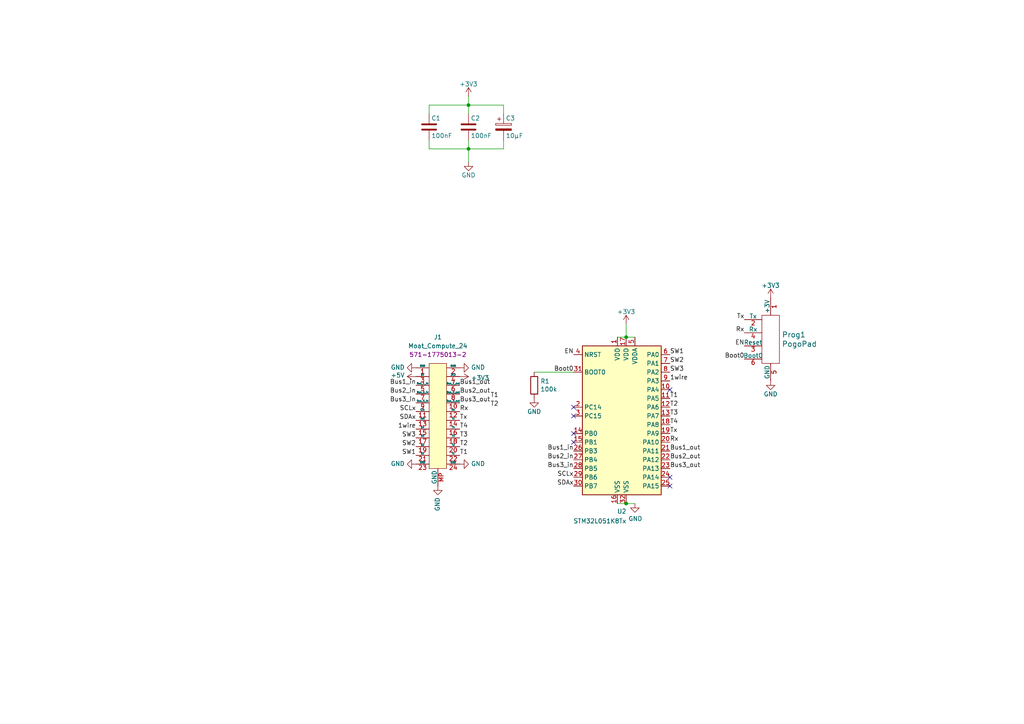
<source format=kicad_sch>
(kicad_sch (version 20211123) (generator eeschema)
  (paper "A4")
  (lib_symbols
    (symbol "Device:R" (pin_numbers hide) (pin_names (offset 0))
      (property "Reference" "R" (at 2.032 0 90))
      (property "Value" "Device_R" (at 0 0 90))
      (symbol "R_0_1"
        (rectangle (start -1.016 -2.54) (end 1.016 2.54) (stroke (width 0.254)))
      )
      (symbol "R_1_1"
        (pin passive line (at 0 3.81 270) (length 1.27) (name "~") (number "1"))
        (pin passive line (at 0 -3.81 90) (length 1.27) (name "~") (number "2"))
      )
    )
    (symbol "MCU_ST_STM32L0:STM32L051K8Tx"
      (property "Reference" "U" (at -12.7 21.59 0))
      (property "Value" "MCU_ST_STM32L0_STM32L051K8Tx" (at 5.08 21.59 0))
      (symbol "STM32L051K8Tx_0_1"
        (rectangle (start -12.7 -22.86) (end 10.16 20.32) (stroke (width 0.254)) (fill (type background)))
      )
      (symbol "STM32L051K8Tx_1_1"
        (pin power_in line (at -2.54 22.86 270) (length 2.54) (name "VDD") (number "1"))
        (pin bidirectional line (at 12.7 7.62 180) (length 2.54) (name "PA4") (number "10"))
        (pin bidirectional line (at 12.7 5.08 180) (length 2.54) (name "PA5") (number "11"))
        (pin bidirectional line (at 12.7 2.54 180) (length 2.54) (name "PA6") (number "12"))
        (pin bidirectional line (at 12.7 0 180) (length 2.54) (name "PA7") (number "13"))
        (pin bidirectional line (at -15.24 -5.08 0) (length 2.54) (name "PB0") (number "14"))
        (pin bidirectional line (at -15.24 -7.62 0) (length 2.54) (name "PB1") (number "15"))
        (pin power_in line (at -2.54 -25.4 90) (length 2.54) (name "VSS") (number "16"))
        (pin power_in line (at 0 22.86 270) (length 2.54) (name "VDD") (number "17"))
        (pin bidirectional line (at 12.7 -2.54 180) (length 2.54) (name "PA8") (number "18"))
        (pin bidirectional line (at 12.7 -5.08 180) (length 2.54) (name "PA9") (number "19"))
        (pin bidirectional line (at -15.24 2.54 0) (length 2.54) (name "PC14") (number "2"))
        (pin bidirectional line (at 12.7 -7.62 180) (length 2.54) (name "PA10") (number "20"))
        (pin bidirectional line (at 12.7 -10.16 180) (length 2.54) (name "PA11") (number "21"))
        (pin bidirectional line (at 12.7 -12.7 180) (length 2.54) (name "PA12") (number "22"))
        (pin bidirectional line (at 12.7 -15.24 180) (length 2.54) (name "PA13") (number "23"))
        (pin bidirectional line (at 12.7 -17.78 180) (length 2.54) (name "PA14") (number "24"))
        (pin bidirectional line (at 12.7 -20.32 180) (length 2.54) (name "PA15") (number "25"))
        (pin bidirectional line (at -15.24 -10.16 0) (length 2.54) (name "PB3") (number "26"))
        (pin bidirectional line (at -15.24 -12.7 0) (length 2.54) (name "PB4") (number "27"))
        (pin bidirectional line (at -15.24 -15.24 0) (length 2.54) (name "PB5") (number "28"))
        (pin bidirectional line (at -15.24 -17.78 0) (length 2.54) (name "PB6") (number "29"))
        (pin bidirectional line (at -15.24 0 0) (length 2.54) (name "PC15") (number "3"))
        (pin bidirectional line (at -15.24 -20.32 0) (length 2.54) (name "PB7") (number "30"))
        (pin input line (at -15.24 12.7 0) (length 2.54) (name "BOOT0") (number "31"))
        (pin power_in line (at 0 -25.4 90) (length 2.54) (name "VSS") (number "32"))
        (pin input line (at -15.24 17.78 0) (length 2.54) (name "NRST") (number "4"))
        (pin power_in line (at 2.54 22.86 270) (length 2.54) (name "VDDA") (number "5"))
        (pin bidirectional line (at 12.7 17.78 180) (length 2.54) (name "PA0") (number "6"))
        (pin bidirectional line (at 12.7 15.24 180) (length 2.54) (name "PA1") (number "7"))
        (pin bidirectional line (at 12.7 12.7 180) (length 2.54) (name "PA2") (number "8"))
        (pin bidirectional line (at 12.7 10.16 180) (length 2.54) (name "PA3") (number "9"))
      )
    )
    (symbol "localstuff:+3.3V" (power) (pin_names (offset 0))
      (property "Value" "+3.3V" (at 0 3.556 0))
      (symbol "+3.3V_0_1"
        (polyline (pts (xy -0.762 1.27) (xy 0 2.54)))
        (polyline (pts (xy 0 0) (xy 0 2.54)))
        (polyline (pts (xy 0 2.54) (xy 0.762 1.27)))
      )
      (symbol "+3.3V_1_1"
        (pin power_in line (at 0 0 90) (length 0) hide (name "+3V3") (number "1"))
      )
    )
    (symbol "localstuff:+5V" (power) (pin_names (offset 0))
      (property "Value" "+5V" (at 0 3.556 0))
      (symbol "+5V_0_1"
        (polyline (pts (xy -0.762 1.27) (xy 0 2.54)))
        (polyline (pts (xy 0 0) (xy 0 2.54)))
        (polyline (pts (xy 0 2.54) (xy 0.762 1.27)))
      )
      (symbol "+5V_1_1"
        (pin power_in line (at 0 0 90) (length 0) hide (name "+5V") (number "1"))
      )
    )
    (symbol "localstuff:C" (pin_numbers hide) (pin_names (offset 0.254))
      (property "Reference" "C" (at 0.635 2.54 0))
      (property "Value" "C" (at 0.635 -2.54 0))
      (symbol "C_0_1"
        (polyline (pts (xy -2.032 -0.762) (xy 2.032 -0.762)) (stroke (width 0.508)))
        (polyline (pts (xy -2.032 0.762) (xy 2.032 0.762)) (stroke (width 0.508)))
      )
      (symbol "C_1_1"
        (pin passive line (at 0 3.81 270) (length 2.794) (name "~") (number "1"))
        (pin passive line (at 0 -3.81 90) (length 2.794) (name "~") (number "2"))
      )
    )
    (symbol "localstuff:CP" (pin_numbers hide) (pin_names (offset 0.254))
      (property "Reference" "C" (at 0.635 2.54 0))
      (property "Value" "CP" (at 0.635 -2.54 0))
      (symbol "CP_0_1"
        (rectangle (start -2.286 0.508) (end -2.286 1.016))
        (rectangle (start -2.286 0.508) (end 2.286 0.508))
        (polyline (pts (xy -1.778 2.286) (xy -0.762 2.286)))
        (polyline (pts (xy -1.27 2.794) (xy -1.27 1.778)))
        (rectangle (start 2.286 -0.508) (end -2.286 -1.016) (fill (type outline)))
        (rectangle (start 2.286 1.016) (end -2.286 1.016))
        (rectangle (start 2.286 1.016) (end 2.286 0.508))
      )
      (symbol "CP_1_1"
        (pin passive line (at 0 3.81 270) (length 2.794) (name "~") (number "1"))
        (pin passive line (at 0 -3.81 90) (length 2.794) (name "~") (number "2"))
      )
    )
    (symbol "localstuff:GND" (power) (pin_names (offset 0))
      (property "Value" "GND" (at 0 -3.81 0))
      (symbol "GND_0_1"
        (polyline (pts (xy 0 0) (xy 0 -1.27) (xy 1.27 -1.27) (xy 0 -2.54) (xy -1.27 -1.27) (xy 0 -1.27)))
      )
      (symbol "GND_1_1"
        (pin power_in line (at 0 0 270) (length 0) hide (name "GND") (number "1"))
      )
    )
    (symbol "localstuff:Moat_Compute_24" (pin_names (offset 0))
      (property "Reference" "J" (at 0 13.97 0))
      (property "Value" "Moat_Compute_24" (at 0 -20.32 0))
      (property "Mouser" "571-1775013-2" (at 0 0 90))
      (symbol "Moat_Compute_24_1_1"
        (rectangle (start -2.54 12.7) (end 2.54 -17.78) (fill (type background)))
        (pin power_out line (at -6.35 11.43 0) (length 3.81) (name "GND") (number "1"))
        (pin input line (at 6.35 1.27 180) (length 3.81) (name "Bus_3_out") (number "10"))
        (pin open_collector line (at -6.35 -1.27 0) (length 3.81) (name "Clk") (number "11"))
        (pin output line (at 6.35 -1.27 180) (length 3.81) (name "Rx") (number "12"))
        (pin open_collector line (at -6.35 -3.81 0) (length 3.81) (name "Dat") (number "13"))
        (pin input line (at 6.35 -3.81 180) (length 3.81) (name "Tx") (number "14"))
        (pin output line (at -6.35 -6.35 0) (length 3.81) (name "S4") (number "15"))
        (pin input line (at 6.35 -6.35 180) (length 3.81) (name "T4") (number "16"))
        (pin output line (at -6.35 -8.89 0) (length 3.81) (name "S3") (number "17"))
        (pin input line (at 6.35 -8.89 180) (length 3.81) (name "T3") (number "18"))
        (pin output line (at -6.35 -11.43 0) (length 3.81) (name "S2") (number "19"))
        (pin power_out line (at 6.35 11.43 180) (length 3.81) (name "GND") (number "2"))
        (pin input line (at 6.35 -11.43 180) (length 3.81) (name "T2") (number "20"))
        (pin output line (at -6.35 -13.97 0) (length 3.81) (name "S1") (number "21"))
        (pin input line (at 6.35 -13.97 180) (length 3.81) (name "T1") (number "22"))
        (pin power_out line (at -6.35 -16.51 0) (length 3.81) (name "GND") (number "23"))
        (pin power_out line (at 6.35 -16.51 180) (length 3.81) (name "GND") (number "24"))
        (pin power_out line (at -6.35 8.89 0) (length 3.81) (name "5V") (number "3"))
        (pin power_out line (at 6.35 8.89 180) (length 3.81) (name "3V3") (number "4"))
        (pin output line (at -6.35 6.35 0) (length 3.81) (name "Bus_1_in") (number "5"))
        (pin input line (at 6.35 6.35 180) (length 3.81) (name "Bus_1_out") (number "6"))
        (pin output line (at -6.35 3.81 0) (length 3.81) (name "Bus_2_in") (number "7"))
        (pin input line (at 6.35 3.81 180) (length 3.81) (name "Bus_2_out") (number "8"))
        (pin output line (at -6.35 1.27 0) (length 3.81) (name "Bus_3_in") (number "9"))
        (pin bidirectional line (at 0 -22.86 90) (length 5.08) (name "GND") (number "MP"))
      )
    )
    (symbol "localstuff:PogoPad" (pin_names (offset 0))
      (property "Reference" "Prog" (at -3.81 2.54 90))
      (property "Value" "PogoPad" (at -1.27 -7.62 90))
      (symbol "PogoPad_0_1"
        (rectangle (start -2.54 -7.62) (end 2.54 6.35))
      )
      (symbol "PogoPad_1_1"
        (pin power_out line (at 0 11.43 270) (length 5.08) (name "+3V") (number "1"))
        (pin input line (at 7.62 5.08 180) (length 5.08) (name "Tx") (number "2"))
        (pin output line (at 7.62 -2.54 180) (length 5.08) (name "Reset") (number "3"))
        (pin output line (at 7.62 1.27 180) (length 5.08) (name "Rx") (number "4"))
        (pin power_out line (at 0 -12.7 90) (length 5.08) (name "GND") (number "5"))
        (pin output line (at 7.62 -6.35 180) (length 5.08) (name "Boot0") (number "6"))
      )
    )
  )
  (junction (at 135.89 30.48))
  (junction (at 135.89 43.18))
  (junction (at 181.61 97.79))
  (junction (at 181.61 146.05))
  (no_connect (at 194.31 138.43))
  (no_connect (at 194.31 113.03))
  (no_connect (at 166.37 118.11))
  (no_connect (at 166.37 120.65))
  (no_connect (at 166.37 125.73))
  (no_connect (at 166.37 128.27))
  (no_connect (at 194.31 140.97))
  (wire (pts (xy 146.05 33.02) (xy 146.05 30.48)))
  (wire (pts (xy 135.89 43.18) (xy 135.89 46.99)))
  (wire (pts (xy 181.61 97.79) (xy 181.61 93.98)))
  (wire (pts (xy 146.05 43.18) (xy 135.89 43.18)))
  (wire (pts (xy 135.89 30.48) (xy 124.46 30.48)))
  (wire (pts (xy 135.89 40.64) (xy 135.89 43.18)))
  (wire (pts (xy 124.46 40.64) (xy 124.46 43.18)))
  (wire (pts (xy 181.61 97.79) (xy 184.15 97.79)))
  (wire (pts (xy 146.05 30.48) (xy 135.89 30.48)))
  (wire (pts (xy 135.89 27.94) (xy 135.89 30.48)))
  (wire (pts (xy 184.15 146.05) (xy 181.61 146.05)))
  (wire (pts (xy 124.46 30.48) (xy 124.46 33.02)))
  (wire (pts (xy 179.07 97.79) (xy 181.61 97.79)))
  (wire (pts (xy 124.46 43.18) (xy 135.89 43.18)))
  (wire (pts (xy 135.89 30.48) (xy 135.89 33.02)))
  (wire (pts (xy 154.94 107.95) (xy 166.37 107.95)))
  (wire (pts (xy 146.05 40.64) (xy 146.05 43.18)))
  (wire (pts (xy 181.61 146.05) (xy 179.07 146.05)))
  (label "EN" (at 166.37 102.87 180))
  (label "SDAx" (at 166.37 140.97 180))
  (label "T3" (at 133.35 127 0))
  (label "T4" (at 133.35 124.46 0))
  (label "T3" (at 194.31 120.65 0))
  (label "SW3" (at 120.65 127 180))
  (label "Bus3_out" (at 133.35 116.84 0))
  (label "SW1" (at 120.65 132.08 180))
  (label "T2" (at 194.31 118.11 0))
  (label "SW2" (at 120.65 129.54 180))
  (label "SCLx" (at 120.65 119.38 180))
  (label "T4" (at 194.31 123.19 0))
  (label "EN" (at 215.9 100.33 180))
  (label "T1" (at 142.24 115.57 0))
  (label "Bus2_out" (at 194.31 133.35 0))
  (label "Rx" (at 133.35 119.38 0))
  (label "Rx" (at 215.9 96.52 180))
  (label "T1" (at 194.31 115.57 0))
  (label "Boot0" (at 215.9 104.14 180))
  (label "Rx" (at 194.31 128.27 0))
  (label "Bus2_out" (at 133.35 114.3 0))
  (label "T1" (at 133.35 132.08 0))
  (label "SDAx" (at 120.65 121.92 180))
  (label "Boot0" (at 166.37 107.95 180))
  (label "Bus3_in" (at 120.65 116.84 180))
  (label "Bus3_in" (at 166.37 135.89 180))
  (label "1wire" (at 194.31 110.49 0))
  (label "Bus1_out" (at 194.31 130.81 0))
  (label "Bus1_in" (at 120.65 111.76 180))
  (label "SW1" (at 194.31 102.87 0))
  (label "Bus3_out" (at 194.31 135.89 0))
  (label "Bus1_out" (at 133.35 111.76 0))
  (label "1wire" (at 120.65 124.46 180))
  (label "Tx" (at 215.9 92.71 180))
  (label "T2" (at 133.35 129.54 0))
  (label "T2" (at 142.24 118.11 0))
  (label "Bus2_in" (at 166.37 133.35 180))
  (label "Tx" (at 133.35 121.92 0))
  (label "Bus2_in" (at 120.65 114.3 180))
  (label "SCLx" (at 166.37 138.43 180))
  (label "SW3" (at 194.31 107.95 0))
  (label "Bus1_in" (at 166.37 130.81 180))
  (label "Tx" (at 194.31 125.73 0))
  (label "SW2" (at 194.31 105.41 0))
  (symbol (lib_id "localstuff:C") (at 135.89 36.83 0) (unit 1)
    (property "Reference" "C2" (at 136.525 34.29 0) (effects (justify left)))
    (property "Value" "100nF" (at 136.525 39.37 0) (effects (justify left)))
    (property "Footprint" "Capacitor_SMD:C_0603_1608Metric_Pad1.05x0.95mm_HandSolder" (effects hide))
  )
  (symbol (lib_id "localstuff:+3.3V") (at 135.89 27.94 0) (unit 1)
    (property "Reference" "#PWR01" (effects hide))
    (property "Value" "+3.3V" (at 135.89 24.384 0))
  )
  (symbol (lib_id "localstuff:GND") (at 135.89 46.99 0) (unit 1)
    (property "Reference" "#PWR02" (effects hide))
    (property "Value" "GND" (at 135.89 50.8 0))
  )
  (symbol (lib_id "localstuff:+3.3V") (at 223.52 86.36 0) (unit 1)
    (property "Reference" "#PWR015" (effects hide))
    (property "Value" "+3.3V" (at 223.52 82.804 0))
  )
  (symbol (lib_id "localstuff:GND") (at 223.52 110.49 0) (unit 1)
    (property "Reference" "#PWR016" (effects hide))
    (property "Value" "GND" (at 223.52 114.3 0))
  )
  (symbol (lib_id "localstuff:PogoPad") (at 223.52 97.79 0) (mirror y) (unit 1)
    (property "Reference" "Prog1" (at 226.7712 97.0788 0) (effects (font (size 1.524 1.524)) (justify right)))
    (property "Value" "PogoPad" (at 226.7712 99.7712 0) (effects (font (size 1.524 1.524)) (justify right)))
    (property "Footprint" "localstuff:2X3_PAD" (effects hide))
  )
  (symbol (lib_id "Device:R") (at 154.94 111.76 0) (unit 1)
    (property "Reference" "R1" (at 156.718 110.5916 0) (effects (justify left)))
    (property "Value" "100k" (at 156.718 112.903 0) (effects (justify left)))
    (property "Footprint" "Resistor_SMD:R_0603_1608Metric" (effects hide))
  )
  (symbol (lib_id "localstuff:GND") (at 184.15 146.05 0) (unit 1)
    (property "Reference" "#PWR014" (effects hide))
    (property "Value" "GND" (at 184.277 150.4442 0))
  )
  (symbol (lib_id "localstuff:+3.3V") (at 181.61 93.98 0) (unit 1)
    (property "Reference" "#PWR013" (effects hide))
    (property "Value" "+3.3V" (at 181.61 90.424 0))
  )
  (symbol (lib_id "localstuff:+3.3V") (at 133.35 109.22 270) (unit 1)
    (property "Reference" "#PWR03" (effects hide))
    (property "Value" "+3.3V" (at 136.6012 109.601 90) (effects (justify left)))
  )
  (symbol (lib_id "localstuff:+5V") (at 120.65 109.22 90) (unit 1)
    (property "Reference" "#PWR04" (effects hide))
    (property "Value" "+5V" (at 117.3988 108.839 90) (effects (justify left)))
  )
  (symbol (lib_id "localstuff:GND") (at 133.35 134.62 90) (unit 1)
    (property "Reference" "#PWR07" (effects hide))
    (property "Value" "GND" (at 136.6012 134.493 90) (effects (justify right)))
  )
  (symbol (lib_id "MCU_ST_STM32L0:STM32L051K8Tx") (at 181.61 120.65 0) (unit 1)
    (property "Reference" "U2" (at 180.34 148.3106 0))
    (property "Value" "STM32L051K8Tx" (at 173.99 151.13 0))
    (property "Footprint" "Package_QFP:LQFP-32_7x7mm_P0.8mm" (effects hide))
    (property "Datasheet" "http://www.st.com/st-web-ui/static/active/en/resource/technical/document/datasheet/DM00108219.pdf" (effects hide))
  )
  (symbol (lib_id "localstuff:GND") (at 154.94 115.57 0) (unit 1)
    (property "Reference" "#PWR010" (effects hide))
    (property "Value" "GND" (at 154.94 119.38 0))
  )
  (symbol (lib_id "localstuff:CP") (at 146.05 36.83 0) (unit 1)
    (property "Reference" "C3" (at 146.685 34.29 0) (effects (justify left)))
    (property "Value" "10µF" (at 146.685 39.37 0) (effects (justify left)))
    (property "Footprint" "Capacitor_SMD:C_1206_3216Metric_Pad1.42x1.75mm_HandSolder" (effects hide))
  )
  (symbol (lib_id "localstuff:C") (at 124.46 36.83 0) (unit 1)
    (property "Reference" "C1" (at 125.095 34.29 0) (effects (justify left)))
    (property "Value" "100nF" (at 125.095 39.37 0) (effects (justify left)))
    (property "Footprint" "Capacitor_SMD:C_0603_1608Metric_Pad1.05x0.95mm_HandSolder" (effects hide))
  )
  (symbol (lib_id "localstuff:GND") (at 133.35 106.68 90) (unit 1)
    (property "Reference" "#PWR09" (effects hide))
    (property "Value" "GND" (at 136.6012 106.553 90) (effects (justify right)))
  )
  (symbol (lib_id "localstuff:Moat_Compute_24") (at 127 118.11 0) (unit 1)
    (property "Reference" "J1" (at 127 97.79 0))
    (property "Value" "Moat_Compute_24" (at 127 100.33 0))
    (property "Footprint" "localstuff:TE_1775013_plug" (effects hide))
    (property "Digikey" "A118066CT-ND " (effects hide))
    (property "Mouser" "571-1775013-2" (at 127 102.87 0))
  )
  (symbol (lib_id "localstuff:GND") (at 127 140.97 0) (mirror y) (unit 1)
    (property "Reference" "#PWR08" (effects hide))
    (property "Value" "GND" (at 126.873 144.2212 90) (effects (justify right)))
  )
  (symbol (lib_id "localstuff:GND") (at 120.65 134.62 270) (mirror x) (unit 1)
    (property "Reference" "#PWR06" (effects hide))
    (property "Value" "GND" (at 117.3988 134.493 90) (effects (justify right)))
  )
  (symbol (lib_id "localstuff:GND") (at 120.65 106.68 270) (mirror x) (unit 1)
    (property "Reference" "#PWR05" (effects hide))
    (property "Value" "GND" (at 117.3988 106.553 90) (effects (justify right)))
  )
)
</source>
